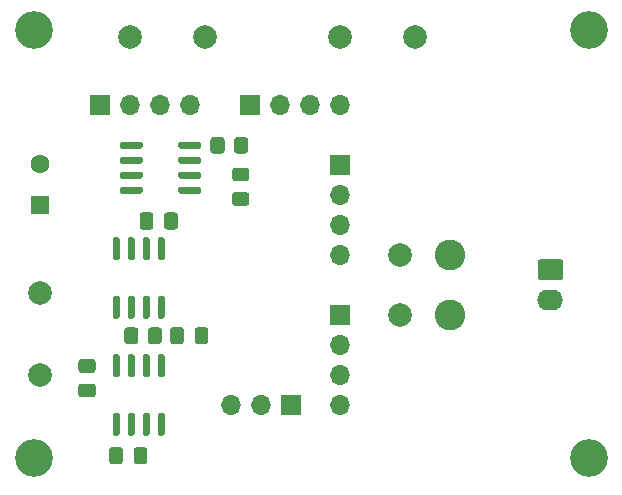
<source format=gbr>
G04 #@! TF.GenerationSoftware,KiCad,Pcbnew,(5.1.10-0-10_14)*
G04 #@! TF.CreationDate,2021-08-01T19:39:00+02:00*
G04 #@! TF.ProjectId,quasimodo,71756173-696d-46f6-946f-2e6b69636164,rev?*
G04 #@! TF.SameCoordinates,Original*
G04 #@! TF.FileFunction,Soldermask,Top*
G04 #@! TF.FilePolarity,Negative*
%FSLAX46Y46*%
G04 Gerber Fmt 4.6, Leading zero omitted, Abs format (unit mm)*
G04 Created by KiCad (PCBNEW (5.1.10-0-10_14)) date 2021-08-01 19:39:00*
%MOMM*%
%LPD*%
G01*
G04 APERTURE LIST*
%ADD10C,1.600000*%
%ADD11R,1.600000X1.600000*%
%ADD12O,1.700000X1.700000*%
%ADD13R,1.700000X1.700000*%
%ADD14C,2.000000*%
%ADD15C,2.600000*%
%ADD16O,2.190000X1.740000*%
%ADD17C,3.200000*%
G04 APERTURE END LIST*
D10*
X119316500Y-93853000D03*
D11*
X119316500Y-97353000D03*
D12*
X144653000Y-114300000D03*
X144653000Y-111760000D03*
X144653000Y-109220000D03*
D13*
X144653000Y-106680000D03*
D12*
X144653000Y-101600000D03*
X144653000Y-99060000D03*
X144653000Y-96520000D03*
D13*
X144653000Y-93980000D03*
D12*
X144653000Y-88900000D03*
X142113000Y-88900000D03*
X139573000Y-88900000D03*
D13*
X137033000Y-88900000D03*
D12*
X131953000Y-88900000D03*
X129413000Y-88900000D03*
X126873000Y-88900000D03*
D13*
X124333000Y-88900000D03*
D14*
X133223000Y-83121500D03*
X126873000Y-83121500D03*
G36*
G01*
X129390000Y-114909500D02*
X129690000Y-114909500D01*
G75*
G02*
X129840000Y-115059500I0J-150000D01*
G01*
X129840000Y-116709500D01*
G75*
G02*
X129690000Y-116859500I-150000J0D01*
G01*
X129390000Y-116859500D01*
G75*
G02*
X129240000Y-116709500I0J150000D01*
G01*
X129240000Y-115059500D01*
G75*
G02*
X129390000Y-114909500I150000J0D01*
G01*
G37*
G36*
G01*
X128120000Y-114909500D02*
X128420000Y-114909500D01*
G75*
G02*
X128570000Y-115059500I0J-150000D01*
G01*
X128570000Y-116709500D01*
G75*
G02*
X128420000Y-116859500I-150000J0D01*
G01*
X128120000Y-116859500D01*
G75*
G02*
X127970000Y-116709500I0J150000D01*
G01*
X127970000Y-115059500D01*
G75*
G02*
X128120000Y-114909500I150000J0D01*
G01*
G37*
G36*
G01*
X126850000Y-114909500D02*
X127150000Y-114909500D01*
G75*
G02*
X127300000Y-115059500I0J-150000D01*
G01*
X127300000Y-116709500D01*
G75*
G02*
X127150000Y-116859500I-150000J0D01*
G01*
X126850000Y-116859500D01*
G75*
G02*
X126700000Y-116709500I0J150000D01*
G01*
X126700000Y-115059500D01*
G75*
G02*
X126850000Y-114909500I150000J0D01*
G01*
G37*
G36*
G01*
X125580000Y-114909500D02*
X125880000Y-114909500D01*
G75*
G02*
X126030000Y-115059500I0J-150000D01*
G01*
X126030000Y-116709500D01*
G75*
G02*
X125880000Y-116859500I-150000J0D01*
G01*
X125580000Y-116859500D01*
G75*
G02*
X125430000Y-116709500I0J150000D01*
G01*
X125430000Y-115059500D01*
G75*
G02*
X125580000Y-114909500I150000J0D01*
G01*
G37*
G36*
G01*
X125580000Y-109959500D02*
X125880000Y-109959500D01*
G75*
G02*
X126030000Y-110109500I0J-150000D01*
G01*
X126030000Y-111759500D01*
G75*
G02*
X125880000Y-111909500I-150000J0D01*
G01*
X125580000Y-111909500D01*
G75*
G02*
X125430000Y-111759500I0J150000D01*
G01*
X125430000Y-110109500D01*
G75*
G02*
X125580000Y-109959500I150000J0D01*
G01*
G37*
G36*
G01*
X126850000Y-109959500D02*
X127150000Y-109959500D01*
G75*
G02*
X127300000Y-110109500I0J-150000D01*
G01*
X127300000Y-111759500D01*
G75*
G02*
X127150000Y-111909500I-150000J0D01*
G01*
X126850000Y-111909500D01*
G75*
G02*
X126700000Y-111759500I0J150000D01*
G01*
X126700000Y-110109500D01*
G75*
G02*
X126850000Y-109959500I150000J0D01*
G01*
G37*
G36*
G01*
X128120000Y-109959500D02*
X128420000Y-109959500D01*
G75*
G02*
X128570000Y-110109500I0J-150000D01*
G01*
X128570000Y-111759500D01*
G75*
G02*
X128420000Y-111909500I-150000J0D01*
G01*
X128120000Y-111909500D01*
G75*
G02*
X127970000Y-111759500I0J150000D01*
G01*
X127970000Y-110109500D01*
G75*
G02*
X128120000Y-109959500I150000J0D01*
G01*
G37*
G36*
G01*
X129390000Y-109959500D02*
X129690000Y-109959500D01*
G75*
G02*
X129840000Y-110109500I0J-150000D01*
G01*
X129840000Y-111759500D01*
G75*
G02*
X129690000Y-111909500I-150000J0D01*
G01*
X129390000Y-111909500D01*
G75*
G02*
X129240000Y-111759500I0J150000D01*
G01*
X129240000Y-110109500D01*
G75*
G02*
X129390000Y-109959500I150000J0D01*
G01*
G37*
G36*
G01*
X125880000Y-102003500D02*
X125580000Y-102003500D01*
G75*
G02*
X125430000Y-101853500I0J150000D01*
G01*
X125430000Y-100203500D01*
G75*
G02*
X125580000Y-100053500I150000J0D01*
G01*
X125880000Y-100053500D01*
G75*
G02*
X126030000Y-100203500I0J-150000D01*
G01*
X126030000Y-101853500D01*
G75*
G02*
X125880000Y-102003500I-150000J0D01*
G01*
G37*
G36*
G01*
X127150000Y-102003500D02*
X126850000Y-102003500D01*
G75*
G02*
X126700000Y-101853500I0J150000D01*
G01*
X126700000Y-100203500D01*
G75*
G02*
X126850000Y-100053500I150000J0D01*
G01*
X127150000Y-100053500D01*
G75*
G02*
X127300000Y-100203500I0J-150000D01*
G01*
X127300000Y-101853500D01*
G75*
G02*
X127150000Y-102003500I-150000J0D01*
G01*
G37*
G36*
G01*
X128420000Y-102003500D02*
X128120000Y-102003500D01*
G75*
G02*
X127970000Y-101853500I0J150000D01*
G01*
X127970000Y-100203500D01*
G75*
G02*
X128120000Y-100053500I150000J0D01*
G01*
X128420000Y-100053500D01*
G75*
G02*
X128570000Y-100203500I0J-150000D01*
G01*
X128570000Y-101853500D01*
G75*
G02*
X128420000Y-102003500I-150000J0D01*
G01*
G37*
G36*
G01*
X129690000Y-102003500D02*
X129390000Y-102003500D01*
G75*
G02*
X129240000Y-101853500I0J150000D01*
G01*
X129240000Y-100203500D01*
G75*
G02*
X129390000Y-100053500I150000J0D01*
G01*
X129690000Y-100053500D01*
G75*
G02*
X129840000Y-100203500I0J-150000D01*
G01*
X129840000Y-101853500D01*
G75*
G02*
X129690000Y-102003500I-150000J0D01*
G01*
G37*
G36*
G01*
X129690000Y-106953500D02*
X129390000Y-106953500D01*
G75*
G02*
X129240000Y-106803500I0J150000D01*
G01*
X129240000Y-105153500D01*
G75*
G02*
X129390000Y-105003500I150000J0D01*
G01*
X129690000Y-105003500D01*
G75*
G02*
X129840000Y-105153500I0J-150000D01*
G01*
X129840000Y-106803500D01*
G75*
G02*
X129690000Y-106953500I-150000J0D01*
G01*
G37*
G36*
G01*
X128420000Y-106953500D02*
X128120000Y-106953500D01*
G75*
G02*
X127970000Y-106803500I0J150000D01*
G01*
X127970000Y-105153500D01*
G75*
G02*
X128120000Y-105003500I150000J0D01*
G01*
X128420000Y-105003500D01*
G75*
G02*
X128570000Y-105153500I0J-150000D01*
G01*
X128570000Y-106803500D01*
G75*
G02*
X128420000Y-106953500I-150000J0D01*
G01*
G37*
G36*
G01*
X127150000Y-106953500D02*
X126850000Y-106953500D01*
G75*
G02*
X126700000Y-106803500I0J150000D01*
G01*
X126700000Y-105153500D01*
G75*
G02*
X126850000Y-105003500I150000J0D01*
G01*
X127150000Y-105003500D01*
G75*
G02*
X127300000Y-105153500I0J-150000D01*
G01*
X127300000Y-106803500D01*
G75*
G02*
X127150000Y-106953500I-150000J0D01*
G01*
G37*
G36*
G01*
X125880000Y-106953500D02*
X125580000Y-106953500D01*
G75*
G02*
X125430000Y-106803500I0J150000D01*
G01*
X125430000Y-105153500D01*
G75*
G02*
X125580000Y-105003500I150000J0D01*
G01*
X125880000Y-105003500D01*
G75*
G02*
X126030000Y-105153500I0J-150000D01*
G01*
X126030000Y-106803500D01*
G75*
G02*
X125880000Y-106953500I-150000J0D01*
G01*
G37*
G36*
G01*
X134902500Y-91815499D02*
X134902500Y-92715501D01*
G75*
G02*
X134652501Y-92965500I-249999J0D01*
G01*
X133952499Y-92965500D01*
G75*
G02*
X133702500Y-92715501I0J249999D01*
G01*
X133702500Y-91815499D01*
G75*
G02*
X133952499Y-91565500I249999J0D01*
G01*
X134652501Y-91565500D01*
G75*
G02*
X134902500Y-91815499I0J-249999D01*
G01*
G37*
G36*
G01*
X136902500Y-91815499D02*
X136902500Y-92715501D01*
G75*
G02*
X136652501Y-92965500I-249999J0D01*
G01*
X135952499Y-92965500D01*
G75*
G02*
X135702500Y-92715501I0J249999D01*
G01*
X135702500Y-91815499D01*
G75*
G02*
X135952499Y-91565500I249999J0D01*
G01*
X136652501Y-91565500D01*
G75*
G02*
X136902500Y-91815499I0J-249999D01*
G01*
G37*
G36*
G01*
X128400000Y-108844501D02*
X128400000Y-107944499D01*
G75*
G02*
X128649999Y-107694500I249999J0D01*
G01*
X129350001Y-107694500D01*
G75*
G02*
X129600000Y-107944499I0J-249999D01*
G01*
X129600000Y-108844501D01*
G75*
G02*
X129350001Y-109094500I-249999J0D01*
G01*
X128649999Y-109094500D01*
G75*
G02*
X128400000Y-108844501I0J249999D01*
G01*
G37*
G36*
G01*
X126400000Y-108844501D02*
X126400000Y-107944499D01*
G75*
G02*
X126649999Y-107694500I249999J0D01*
G01*
X127350001Y-107694500D01*
G75*
G02*
X127600000Y-107944499I0J-249999D01*
G01*
X127600000Y-108844501D01*
G75*
G02*
X127350001Y-109094500I-249999J0D01*
G01*
X126649999Y-109094500D01*
G75*
G02*
X126400000Y-108844501I0J249999D01*
G01*
G37*
G36*
G01*
X130978000Y-92402800D02*
X130978000Y-92102800D01*
G75*
G02*
X131128000Y-91952800I150000J0D01*
G01*
X132778000Y-91952800D01*
G75*
G02*
X132928000Y-92102800I0J-150000D01*
G01*
X132928000Y-92402800D01*
G75*
G02*
X132778000Y-92552800I-150000J0D01*
G01*
X131128000Y-92552800D01*
G75*
G02*
X130978000Y-92402800I0J150000D01*
G01*
G37*
G36*
G01*
X130978000Y-93672800D02*
X130978000Y-93372800D01*
G75*
G02*
X131128000Y-93222800I150000J0D01*
G01*
X132778000Y-93222800D01*
G75*
G02*
X132928000Y-93372800I0J-150000D01*
G01*
X132928000Y-93672800D01*
G75*
G02*
X132778000Y-93822800I-150000J0D01*
G01*
X131128000Y-93822800D01*
G75*
G02*
X130978000Y-93672800I0J150000D01*
G01*
G37*
G36*
G01*
X130978000Y-94942800D02*
X130978000Y-94642800D01*
G75*
G02*
X131128000Y-94492800I150000J0D01*
G01*
X132778000Y-94492800D01*
G75*
G02*
X132928000Y-94642800I0J-150000D01*
G01*
X132928000Y-94942800D01*
G75*
G02*
X132778000Y-95092800I-150000J0D01*
G01*
X131128000Y-95092800D01*
G75*
G02*
X130978000Y-94942800I0J150000D01*
G01*
G37*
G36*
G01*
X130978000Y-96212800D02*
X130978000Y-95912800D01*
G75*
G02*
X131128000Y-95762800I150000J0D01*
G01*
X132778000Y-95762800D01*
G75*
G02*
X132928000Y-95912800I0J-150000D01*
G01*
X132928000Y-96212800D01*
G75*
G02*
X132778000Y-96362800I-150000J0D01*
G01*
X131128000Y-96362800D01*
G75*
G02*
X130978000Y-96212800I0J150000D01*
G01*
G37*
G36*
G01*
X126028000Y-96212800D02*
X126028000Y-95912800D01*
G75*
G02*
X126178000Y-95762800I150000J0D01*
G01*
X127828000Y-95762800D01*
G75*
G02*
X127978000Y-95912800I0J-150000D01*
G01*
X127978000Y-96212800D01*
G75*
G02*
X127828000Y-96362800I-150000J0D01*
G01*
X126178000Y-96362800D01*
G75*
G02*
X126028000Y-96212800I0J150000D01*
G01*
G37*
G36*
G01*
X126028000Y-94942800D02*
X126028000Y-94642800D01*
G75*
G02*
X126178000Y-94492800I150000J0D01*
G01*
X127828000Y-94492800D01*
G75*
G02*
X127978000Y-94642800I0J-150000D01*
G01*
X127978000Y-94942800D01*
G75*
G02*
X127828000Y-95092800I-150000J0D01*
G01*
X126178000Y-95092800D01*
G75*
G02*
X126028000Y-94942800I0J150000D01*
G01*
G37*
G36*
G01*
X126028000Y-93672800D02*
X126028000Y-93372800D01*
G75*
G02*
X126178000Y-93222800I150000J0D01*
G01*
X127828000Y-93222800D01*
G75*
G02*
X127978000Y-93372800I0J-150000D01*
G01*
X127978000Y-93672800D01*
G75*
G02*
X127828000Y-93822800I-150000J0D01*
G01*
X126178000Y-93822800D01*
G75*
G02*
X126028000Y-93672800I0J150000D01*
G01*
G37*
G36*
G01*
X126028000Y-92402800D02*
X126028000Y-92102800D01*
G75*
G02*
X126178000Y-91952800I150000J0D01*
G01*
X127828000Y-91952800D01*
G75*
G02*
X127978000Y-92102800I0J-150000D01*
G01*
X127978000Y-92402800D01*
G75*
G02*
X127828000Y-92552800I-150000J0D01*
G01*
X126178000Y-92552800D01*
G75*
G02*
X126028000Y-92402800I0J150000D01*
G01*
G37*
D15*
X153987500Y-106680000D03*
X153987500Y-101600000D03*
D14*
X149796500Y-106680000D03*
X149796500Y-101600000D03*
D16*
X162496500Y-105346500D03*
G36*
G01*
X161651499Y-101936500D02*
X163341501Y-101936500D01*
G75*
G02*
X163591500Y-102186499I0J-249999D01*
G01*
X163591500Y-103426501D01*
G75*
G02*
X163341501Y-103676500I-249999J0D01*
G01*
X161651499Y-103676500D01*
G75*
G02*
X161401500Y-103426501I0J249999D01*
G01*
X161401500Y-102186499D01*
G75*
G02*
X161651499Y-101936500I249999J0D01*
G01*
G37*
D14*
X151003000Y-83121500D03*
X144653000Y-83121500D03*
D12*
X135445500Y-114300000D03*
X137985500Y-114300000D03*
D13*
X140525500Y-114300000D03*
D14*
X119253000Y-111696500D03*
X119253000Y-104775000D03*
D17*
X118745000Y-118745000D03*
X165735000Y-118745000D03*
X165735000Y-82550000D03*
X118745000Y-82550000D03*
G36*
G01*
X135796000Y-96229500D02*
X136746000Y-96229500D01*
G75*
G02*
X136996000Y-96479500I0J-250000D01*
G01*
X136996000Y-97154500D01*
G75*
G02*
X136746000Y-97404500I-250000J0D01*
G01*
X135796000Y-97404500D01*
G75*
G02*
X135546000Y-97154500I0J250000D01*
G01*
X135546000Y-96479500D01*
G75*
G02*
X135796000Y-96229500I250000J0D01*
G01*
G37*
G36*
G01*
X135796000Y-94154500D02*
X136746000Y-94154500D01*
G75*
G02*
X136996000Y-94404500I0J-250000D01*
G01*
X136996000Y-95079500D01*
G75*
G02*
X136746000Y-95329500I-250000J0D01*
G01*
X135796000Y-95329500D01*
G75*
G02*
X135546000Y-95079500I0J250000D01*
G01*
X135546000Y-94404500D01*
G75*
G02*
X135796000Y-94154500I250000J0D01*
G01*
G37*
G36*
G01*
X129778000Y-99154000D02*
X129778000Y-98204000D01*
G75*
G02*
X130028000Y-97954000I250000J0D01*
G01*
X130703000Y-97954000D01*
G75*
G02*
X130953000Y-98204000I0J-250000D01*
G01*
X130953000Y-99154000D01*
G75*
G02*
X130703000Y-99404000I-250000J0D01*
G01*
X130028000Y-99404000D01*
G75*
G02*
X129778000Y-99154000I0J250000D01*
G01*
G37*
G36*
G01*
X127703000Y-99154000D02*
X127703000Y-98204000D01*
G75*
G02*
X127953000Y-97954000I250000J0D01*
G01*
X128628000Y-97954000D01*
G75*
G02*
X128878000Y-98204000I0J-250000D01*
G01*
X128878000Y-99154000D01*
G75*
G02*
X128628000Y-99404000I-250000J0D01*
G01*
X127953000Y-99404000D01*
G75*
G02*
X127703000Y-99154000I0J250000D01*
G01*
G37*
G36*
G01*
X132361000Y-108869500D02*
X132361000Y-107919500D01*
G75*
G02*
X132611000Y-107669500I250000J0D01*
G01*
X133286000Y-107669500D01*
G75*
G02*
X133536000Y-107919500I0J-250000D01*
G01*
X133536000Y-108869500D01*
G75*
G02*
X133286000Y-109119500I-250000J0D01*
G01*
X132611000Y-109119500D01*
G75*
G02*
X132361000Y-108869500I0J250000D01*
G01*
G37*
G36*
G01*
X130286000Y-108869500D02*
X130286000Y-107919500D01*
G75*
G02*
X130536000Y-107669500I250000J0D01*
G01*
X131211000Y-107669500D01*
G75*
G02*
X131461000Y-107919500I0J-250000D01*
G01*
X131461000Y-108869500D01*
G75*
G02*
X131211000Y-109119500I-250000J0D01*
G01*
X130536000Y-109119500D01*
G75*
G02*
X130286000Y-108869500I0J250000D01*
G01*
G37*
G36*
G01*
X122778500Y-112442500D02*
X123728500Y-112442500D01*
G75*
G02*
X123978500Y-112692500I0J-250000D01*
G01*
X123978500Y-113367500D01*
G75*
G02*
X123728500Y-113617500I-250000J0D01*
G01*
X122778500Y-113617500D01*
G75*
G02*
X122528500Y-113367500I0J250000D01*
G01*
X122528500Y-112692500D01*
G75*
G02*
X122778500Y-112442500I250000J0D01*
G01*
G37*
G36*
G01*
X122778500Y-110367500D02*
X123728500Y-110367500D01*
G75*
G02*
X123978500Y-110617500I0J-250000D01*
G01*
X123978500Y-111292500D01*
G75*
G02*
X123728500Y-111542500I-250000J0D01*
G01*
X122778500Y-111542500D01*
G75*
G02*
X122528500Y-111292500I0J250000D01*
G01*
X122528500Y-110617500D01*
G75*
G02*
X122778500Y-110367500I250000J0D01*
G01*
G37*
G36*
G01*
X127196000Y-119029500D02*
X127196000Y-118079500D01*
G75*
G02*
X127446000Y-117829500I250000J0D01*
G01*
X128121000Y-117829500D01*
G75*
G02*
X128371000Y-118079500I0J-250000D01*
G01*
X128371000Y-119029500D01*
G75*
G02*
X128121000Y-119279500I-250000J0D01*
G01*
X127446000Y-119279500D01*
G75*
G02*
X127196000Y-119029500I0J250000D01*
G01*
G37*
G36*
G01*
X125121000Y-119029500D02*
X125121000Y-118079500D01*
G75*
G02*
X125371000Y-117829500I250000J0D01*
G01*
X126046000Y-117829500D01*
G75*
G02*
X126296000Y-118079500I0J-250000D01*
G01*
X126296000Y-119029500D01*
G75*
G02*
X126046000Y-119279500I-250000J0D01*
G01*
X125371000Y-119279500D01*
G75*
G02*
X125121000Y-119029500I0J250000D01*
G01*
G37*
M02*

</source>
